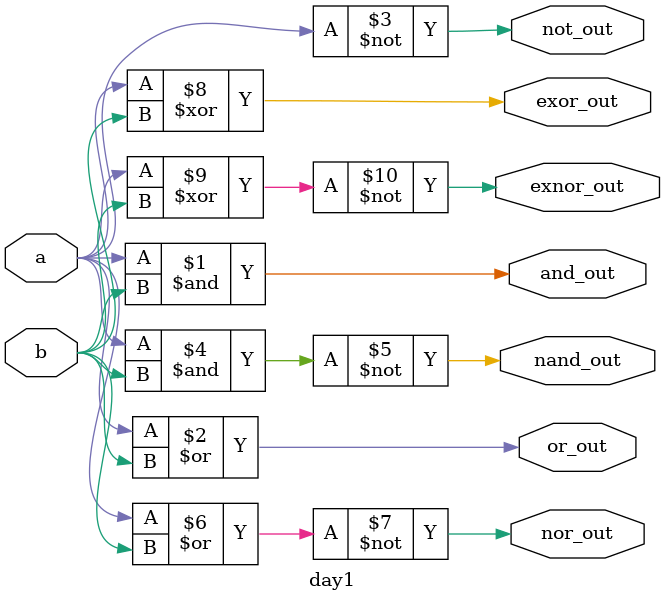
<source format=v>
module day1 (
  input a,
  input b,
  output and_out,
  output or_out,
  output not_out,
  output nand_out,
  output nor_out,
  output exor_out,
  output exnor_out
);
 // Logic gates using data flow modeling
  
  //a (AND) b
  assign and_out = a & b;
  
  //a (OR) b
  assign or_out = a | b;
  
  //(NOT)a
  assign not_out = ~a;
  
  //a (NAND) b
  assign nand_out = ~(a & b);
  
  //a (NOR) b
  assign nor_out = ~(a | b);
  
  //a (EXOR) b
  assign exor_out = a ^ b;
  
  //a (EXNOR) b
  assign exnor_out = ~(a ^ b);
  
endmodule
</source>
